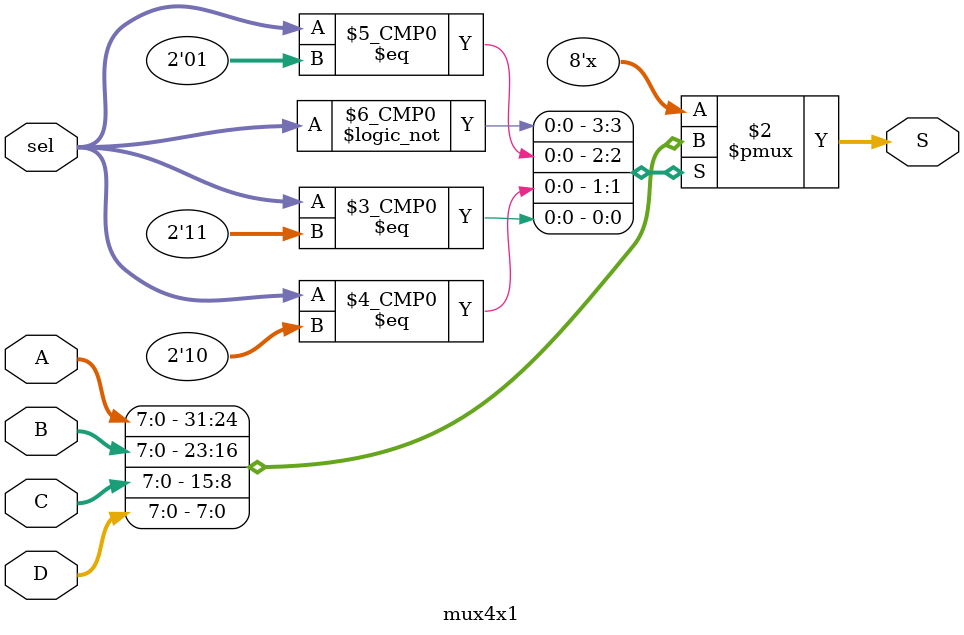
<source format=v>
module mux4x1(
 input[1:0] sel,
 input[7:0] A, 
 input[7:0] B, 
 input[7:0] C, 
 input[7:0] D, 
 output reg[7:0] S
 );

 always @(*) 
  case(sel)
   2'b00 : S <= A ;
   2'b01 : S <= B ;
   2'b10 : S <= C ;
   2'b11 : S <= D ;
   default : S <= A ;
  endcase 

 endmodule

</source>
